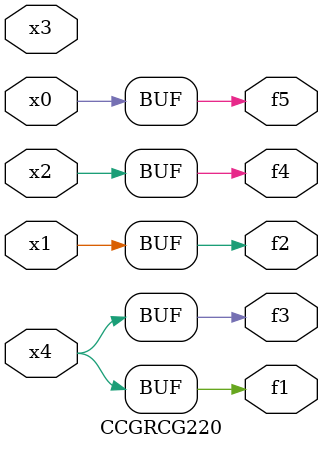
<source format=v>
module CCGRCG220(
	input x0, x1, x2, x3, x4,
	output f1, f2, f3, f4, f5
);
	assign f1 = x4;
	assign f2 = x1;
	assign f3 = x4;
	assign f4 = x2;
	assign f5 = x0;
endmodule

</source>
